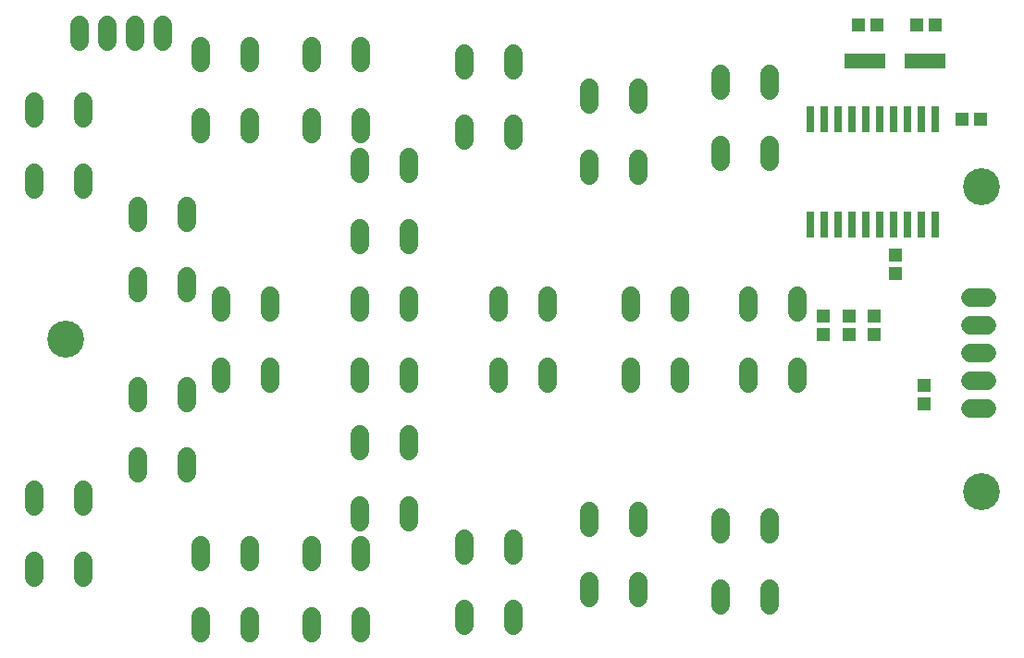
<source format=gts>
G75*
G70*
%OFA0B0*%
%FSLAX24Y24*%
%IPPOS*%
%LPD*%
%AMOC8*
5,1,8,0,0,1.08239X$1,22.5*
%
%ADD10C,0.1330*%
%ADD11R,0.0316X0.0946*%
%ADD12R,0.1458X0.0552*%
%ADD13R,0.0513X0.0474*%
%ADD14R,0.0474X0.0513*%
%ADD15C,0.0680*%
%ADD16C,0.0674*%
D10*
X002467Y012600D03*
X035467Y007100D03*
X035467Y018100D03*
D11*
X033817Y016750D03*
X033317Y016750D03*
X032817Y016750D03*
X032317Y016750D03*
X031817Y016750D03*
X031317Y016750D03*
X030817Y016750D03*
X030317Y016750D03*
X029817Y016750D03*
X029317Y016750D03*
X029317Y020550D03*
X029817Y020550D03*
X030317Y020550D03*
X030817Y020550D03*
X031317Y020550D03*
X031817Y020550D03*
X032317Y020550D03*
X032817Y020550D03*
X033317Y020550D03*
X033817Y020550D03*
D12*
X033449Y022650D03*
X031284Y022650D03*
D13*
X031032Y023950D03*
X031701Y023950D03*
X033132Y023950D03*
X033801Y023950D03*
X034782Y020550D03*
X035451Y020550D03*
X031617Y013435D03*
X030717Y013435D03*
X030717Y012765D03*
X031617Y012765D03*
X029767Y012765D03*
X029767Y013435D03*
X033417Y010935D03*
X033417Y010265D03*
D14*
X032367Y014965D03*
X032367Y015635D03*
D15*
X001327Y004620D02*
X001327Y004020D01*
X003107Y004020D02*
X003107Y004620D01*
X003107Y006580D02*
X003107Y007180D01*
X001327Y007180D02*
X001327Y006580D01*
X005077Y007770D02*
X005077Y008370D01*
X006857Y008370D02*
X006857Y007770D01*
X006857Y010330D02*
X006857Y010930D01*
X008077Y011020D02*
X008077Y011620D01*
X009857Y011620D02*
X009857Y011020D01*
X013077Y011020D02*
X013077Y011620D01*
X014857Y011620D02*
X014857Y011020D01*
X014857Y009180D02*
X014857Y008580D01*
X013077Y008580D02*
X013077Y009180D01*
X013077Y006620D02*
X013077Y006020D01*
X013107Y005180D02*
X013107Y004580D01*
X011327Y004580D02*
X011327Y005180D01*
X009107Y005180D02*
X009107Y004580D01*
X007327Y004580D02*
X007327Y005180D01*
X007327Y002620D02*
X007327Y002020D01*
X009107Y002020D02*
X009107Y002620D01*
X011327Y002620D02*
X011327Y002020D01*
X013107Y002020D02*
X013107Y002620D01*
X016827Y002870D02*
X016827Y002270D01*
X018607Y002270D02*
X018607Y002870D01*
X021327Y003270D02*
X021327Y003870D01*
X023107Y003870D02*
X023107Y003270D01*
X026077Y003020D02*
X026077Y003620D01*
X027857Y003620D02*
X027857Y003020D01*
X027857Y005580D02*
X027857Y006180D01*
X026077Y006180D02*
X026077Y005580D01*
X023107Y005830D02*
X023107Y006430D01*
X021327Y006430D02*
X021327Y005830D01*
X018607Y005430D02*
X018607Y004830D01*
X016827Y004830D02*
X016827Y005430D01*
X014857Y006020D02*
X014857Y006620D01*
X018077Y011020D02*
X018077Y011620D01*
X019857Y011620D02*
X019857Y011020D01*
X022827Y011020D02*
X022827Y011620D01*
X024607Y011620D02*
X024607Y011020D01*
X027077Y011020D02*
X027077Y011620D01*
X028857Y011620D02*
X028857Y011020D01*
X028857Y013580D02*
X028857Y014180D01*
X027077Y014180D02*
X027077Y013580D01*
X024607Y013580D02*
X024607Y014180D01*
X022827Y014180D02*
X022827Y013580D01*
X019857Y013580D02*
X019857Y014180D01*
X018077Y014180D02*
X018077Y013580D01*
X014857Y013580D02*
X014857Y014180D01*
X013077Y014180D02*
X013077Y013580D01*
X009857Y013580D02*
X009857Y014180D01*
X008077Y014180D02*
X008077Y013580D01*
X006857Y014270D02*
X006857Y014870D01*
X005077Y014870D02*
X005077Y014270D01*
X005077Y016830D02*
X005077Y017430D01*
X006857Y017430D02*
X006857Y016830D01*
X003107Y018020D02*
X003107Y018620D01*
X001327Y018620D02*
X001327Y018020D01*
X001327Y020580D02*
X001327Y021180D01*
X003107Y021180D02*
X003107Y020580D01*
X007327Y020620D02*
X007327Y020020D01*
X009107Y020020D02*
X009107Y020620D01*
X011327Y020620D02*
X011327Y020020D01*
X013107Y020020D02*
X013107Y020620D01*
X013077Y019180D02*
X013077Y018580D01*
X014857Y018580D02*
X014857Y019180D01*
X016827Y019770D02*
X016827Y020370D01*
X018607Y020370D02*
X018607Y019770D01*
X021327Y019120D02*
X021327Y018520D01*
X023107Y018520D02*
X023107Y019120D01*
X023107Y021080D02*
X023107Y021680D01*
X021327Y021680D02*
X021327Y021080D01*
X018607Y022330D02*
X018607Y022930D01*
X016827Y022930D02*
X016827Y022330D01*
X013107Y022580D02*
X013107Y023180D01*
X011327Y023180D02*
X011327Y022580D01*
X009107Y022580D02*
X009107Y023180D01*
X007327Y023180D02*
X007327Y022580D01*
X013077Y016620D02*
X013077Y016020D01*
X014857Y016020D02*
X014857Y016620D01*
X005077Y010930D02*
X005077Y010330D01*
X026077Y019020D02*
X026077Y019620D01*
X027857Y019620D02*
X027857Y019020D01*
X027857Y021580D02*
X027857Y022180D01*
X026077Y022180D02*
X026077Y021580D01*
D16*
X035070Y014100D02*
X035664Y014100D01*
X035664Y013100D02*
X035070Y013100D01*
X035070Y012100D02*
X035664Y012100D01*
X035664Y011100D02*
X035070Y011100D01*
X035070Y010100D02*
X035664Y010100D01*
X005967Y023353D02*
X005967Y023947D01*
X004967Y023947D02*
X004967Y023353D01*
X003967Y023353D02*
X003967Y023947D01*
X002967Y023947D02*
X002967Y023353D01*
M02*

</source>
